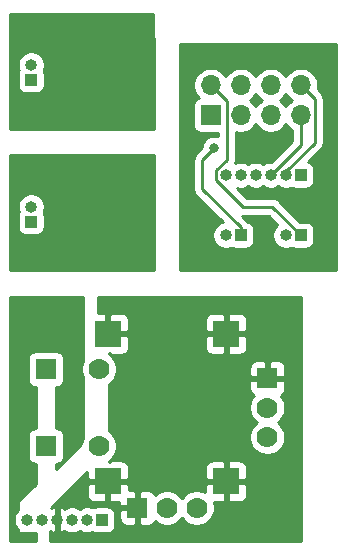
<source format=gbr>
%TF.GenerationSoftware,KiCad,Pcbnew,5.1.8-db9833491~87~ubuntu20.04.1*%
%TF.CreationDate,2020-11-15T18:33:08-08:00*%
%TF.ProjectId,inflow-controller-v0,696e666c-6f77-42d6-936f-6e74726f6c6c,rev?*%
%TF.SameCoordinates,Original*%
%TF.FileFunction,Copper,L2,Bot*%
%TF.FilePolarity,Positive*%
%FSLAX46Y46*%
G04 Gerber Fmt 4.6, Leading zero omitted, Abs format (unit mm)*
G04 Created by KiCad (PCBNEW 5.1.8-db9833491~87~ubuntu20.04.1) date 2020-11-15 18:33:08*
%MOMM*%
%LPD*%
G01*
G04 APERTURE LIST*
%TA.AperFunction,ComponentPad*%
%ADD10R,1.778000X1.778000*%
%TD*%
%TA.AperFunction,ComponentPad*%
%ADD11C,1.778000*%
%TD*%
%TA.AperFunction,ComponentPad*%
%ADD12R,2.286000X2.286000*%
%TD*%
%TA.AperFunction,ComponentPad*%
%ADD13O,1.000000X1.000000*%
%TD*%
%TA.AperFunction,ComponentPad*%
%ADD14R,1.000000X1.000000*%
%TD*%
%TA.AperFunction,ComponentPad*%
%ADD15O,1.700000X1.700000*%
%TD*%
%TA.AperFunction,ComponentPad*%
%ADD16R,1.700000X1.700000*%
%TD*%
%TA.AperFunction,ViaPad*%
%ADD17C,0.800000*%
%TD*%
%TA.AperFunction,Conductor*%
%ADD18C,0.250000*%
%TD*%
%TA.AperFunction,Conductor*%
%ADD19C,0.254000*%
%TD*%
%TA.AperFunction,Conductor*%
%ADD20C,0.100000*%
%TD*%
%TA.AperFunction,NonConductor*%
%ADD21C,0.254000*%
%TD*%
%TA.AperFunction,NonConductor*%
%ADD22C,0.100000*%
%TD*%
G04 APERTURE END LIST*
D10*
%TO.P,X301,H1*%
%TO.N,/AGND3*%
X107500000Y-133500000D03*
D11*
%TO.P,X301,H2*%
%TO.N,/X3*%
X110000000Y-133500000D03*
%TO.P,X301,H3*%
%TO.N,/AVDD3*%
X112500000Y-133500000D03*
D12*
%TO.P,X301,S3*%
%TO.N,/AGND3*%
X115000000Y-131250000D03*
%TO.P,X301,S2*%
X105000000Y-131250000D03*
%TO.P,X301,S1*%
X105000000Y-118750000D03*
%TO.P,X301,S4*%
X115000000Y-118750000D03*
D11*
%TO.P,X301,V3*%
%TO.N,/AVDD3*%
X118500000Y-127500000D03*
%TO.P,X301,V2*%
%TO.N,/Y3*%
X118500000Y-125000000D03*
D10*
%TO.P,X301,V1*%
%TO.N,/AGND3*%
X118500000Y-122500000D03*
%TO.P,X301,B1B*%
%TO.N,/DGND3*%
X99750000Y-128250000D03*
%TO.P,X301,B1A*%
X99750000Y-121750000D03*
D11*
%TO.P,X301,B2B*%
%TO.N,/BTN3*%
X104250000Y-128250000D03*
%TO.P,X301,B2A*%
X104250000Y-121750000D03*
%TD*%
D13*
%TO.P,J403,6*%
%TO.N,/DGND1_4*%
X114970000Y-105320000D03*
%TO.P,J403,5*%
%TO.N,/BTN3_4*%
X116240000Y-105320000D03*
%TO.P,J403,4*%
%TO.N,/AGND3_4*%
X117510000Y-105320000D03*
%TO.P,J403,3*%
%TO.N,/Y3_4*%
X118780000Y-105320000D03*
%TO.P,J403,2*%
%TO.N,/X3_4*%
X120050000Y-105320000D03*
D14*
%TO.P,J403,1*%
%TO.N,/AVDD3_4*%
X121320000Y-105320000D03*
%TD*%
D13*
%TO.P,J402,2*%
%TO.N,/DGND1_4*%
X114970000Y-110400000D03*
D14*
%TO.P,J402,1*%
%TO.N,/BTN2_4*%
X116240000Y-110400000D03*
%TD*%
D13*
%TO.P,J401,2*%
%TO.N,/DGND1_4*%
X120050000Y-110400000D03*
D14*
%TO.P,J401,1*%
%TO.N,/BTN1_4*%
X121320000Y-110400000D03*
%TD*%
D13*
%TO.P,J303,6*%
%TO.N,/DGND3*%
X98150000Y-134500000D03*
%TO.P,J303,5*%
%TO.N,/BTN3*%
X99420000Y-134500000D03*
%TO.P,J303,4*%
%TO.N,/AGND3*%
X100690000Y-134500000D03*
%TO.P,J303,3*%
%TO.N,/Y3*%
X101960000Y-134500000D03*
%TO.P,J303,2*%
%TO.N,/X3*%
X103230000Y-134500000D03*
D14*
%TO.P,J303,1*%
%TO.N,/AVDD3*%
X104500000Y-134500000D03*
%TD*%
%TO.P,J202,1*%
%TO.N,/BTN2*%
X98500000Y-109250000D03*
D13*
%TO.P,J202,2*%
%TO.N,/DGND2*%
X98500000Y-107980000D03*
%TD*%
%TO.P,J101,2*%
%TO.N,/DGND1*%
X98500000Y-95980000D03*
D14*
%TO.P,J101,1*%
%TO.N,/BTN1*%
X98500000Y-97250000D03*
%TD*%
D15*
%TO.P,CN401,8*%
%TO.N,/X3_4*%
X121320000Y-97700000D03*
%TO.P,CN401,7*%
%TO.N,/Y3_4*%
X121320000Y-100240000D03*
%TO.P,CN401,6*%
%TO.N,/AVDD3_4*%
X118780000Y-97700000D03*
%TO.P,CN401,5*%
%TO.N,/AGND3_4*%
X118780000Y-100240000D03*
%TO.P,CN401,4*%
%TO.N,/BTN3_4*%
X116240000Y-97700000D03*
%TO.P,CN401,3*%
%TO.N,/BTN2_4*%
X116240000Y-100240000D03*
%TO.P,CN401,2*%
%TO.N,/BTN1_4*%
X113700000Y-97700000D03*
D16*
%TO.P,CN401,1*%
%TO.N,/DGND1_4*%
X113700000Y-100240000D03*
%TD*%
D17*
%TO.N,/BTN2_4*%
X114000000Y-103000000D03*
%TD*%
D18*
%TO.N,/X3_4*%
X122495001Y-98875001D02*
X121320000Y-97700000D01*
X120050000Y-105004998D02*
X122495001Y-102559997D01*
X122495001Y-102559997D02*
X122495001Y-98875001D01*
X120050000Y-105320000D02*
X120050000Y-105004998D01*
%TO.N,/Y3_4*%
X121320000Y-102780000D02*
X118780000Y-105320000D01*
X121320000Y-100240000D02*
X121320000Y-102780000D01*
%TO.N,/BTN2_4*%
X116240000Y-110400000D02*
X116240000Y-109740000D01*
X116240000Y-109740000D02*
X113000000Y-106500000D01*
X113000000Y-106500000D02*
X113000000Y-104000000D01*
X113000000Y-104000000D02*
X114000000Y-103000000D01*
%TO.N,/BTN1_4*%
X114144999Y-105716001D02*
X116428998Y-108000000D01*
X115064999Y-104003999D02*
X114144999Y-104923999D01*
X114144999Y-104923999D02*
X114144999Y-105716001D01*
X113700000Y-97700000D02*
X115064999Y-99064999D01*
X115064999Y-99064999D02*
X115064999Y-104003999D01*
X118920000Y-108000000D02*
X121320000Y-110400000D01*
X116428998Y-108000000D02*
X118920000Y-108000000D01*
%TD*%
D19*
%TO.N,/AGND3*%
X121315000Y-136315000D02*
X100127000Y-136315000D01*
X100127000Y-135485152D01*
X100129794Y-135487123D01*
X100333136Y-135577446D01*
X100388126Y-135594119D01*
X100563000Y-135467954D01*
X100563000Y-134627000D01*
X100551974Y-134627000D01*
X100555000Y-134611788D01*
X100555000Y-134388212D01*
X100551974Y-134373000D01*
X100563000Y-134373000D01*
X100563000Y-133532046D01*
X100817000Y-133532046D01*
X100817000Y-134373000D01*
X100828026Y-134373000D01*
X100825000Y-134388212D01*
X100825000Y-134611788D01*
X100828026Y-134627000D01*
X100817000Y-134627000D01*
X100817000Y-135467954D01*
X100991874Y-135594119D01*
X101046864Y-135577446D01*
X101250206Y-135487123D01*
X101320342Y-135437647D01*
X101422376Y-135505824D01*
X101628933Y-135591383D01*
X101848212Y-135635000D01*
X102071788Y-135635000D01*
X102291067Y-135591383D01*
X102497624Y-135505824D01*
X102595000Y-135440759D01*
X102692376Y-135505824D01*
X102898933Y-135591383D01*
X103118212Y-135635000D01*
X103341788Y-135635000D01*
X103561067Y-135591383D01*
X103672774Y-135545112D01*
X103755820Y-135589502D01*
X103875518Y-135625812D01*
X104000000Y-135638072D01*
X105000000Y-135638072D01*
X105124482Y-135625812D01*
X105244180Y-135589502D01*
X105354494Y-135530537D01*
X105451185Y-135451185D01*
X105530537Y-135354494D01*
X105589502Y-135244180D01*
X105625812Y-135124482D01*
X105638072Y-135000000D01*
X105638072Y-134389000D01*
X105972928Y-134389000D01*
X105985188Y-134513482D01*
X106021498Y-134633180D01*
X106080463Y-134743494D01*
X106159815Y-134840185D01*
X106256506Y-134919537D01*
X106366820Y-134978502D01*
X106486518Y-135014812D01*
X106611000Y-135027072D01*
X107214250Y-135024000D01*
X107373000Y-134865250D01*
X107373000Y-133627000D01*
X106134750Y-133627000D01*
X105976000Y-133785750D01*
X105972928Y-134389000D01*
X105638072Y-134389000D01*
X105638072Y-134000000D01*
X105625812Y-133875518D01*
X105589502Y-133755820D01*
X105530537Y-133645506D01*
X105451185Y-133548815D01*
X105354494Y-133469463D01*
X105244180Y-133410498D01*
X105124482Y-133374188D01*
X105000000Y-133361928D01*
X104000000Y-133361928D01*
X103875518Y-133374188D01*
X103755820Y-133410498D01*
X103672774Y-133454888D01*
X103561067Y-133408617D01*
X103341788Y-133365000D01*
X103118212Y-133365000D01*
X102898933Y-133408617D01*
X102692376Y-133494176D01*
X102595000Y-133559241D01*
X102497624Y-133494176D01*
X102291067Y-133408617D01*
X102071788Y-133365000D01*
X101848212Y-133365000D01*
X101628933Y-133408617D01*
X101422376Y-133494176D01*
X101320342Y-133562353D01*
X101250206Y-133512877D01*
X101046864Y-133422554D01*
X100991874Y-133405881D01*
X100817000Y-133532046D01*
X100563000Y-133532046D01*
X100388126Y-133405881D01*
X100333136Y-133422554D01*
X100196247Y-133483359D01*
X101286606Y-132393000D01*
X103218928Y-132393000D01*
X103231188Y-132517482D01*
X103267498Y-132637180D01*
X103326463Y-132747494D01*
X103405815Y-132844185D01*
X103502506Y-132923537D01*
X103612820Y-132982502D01*
X103732518Y-133018812D01*
X103857000Y-133031072D01*
X104714250Y-133028000D01*
X104873000Y-132869250D01*
X104873000Y-131377000D01*
X105127000Y-131377000D01*
X105127000Y-132869250D01*
X105285750Y-133028000D01*
X105975064Y-133030470D01*
X105976000Y-133214250D01*
X106134750Y-133373000D01*
X107373000Y-133373000D01*
X107373000Y-132134750D01*
X107627000Y-132134750D01*
X107627000Y-133373000D01*
X107647000Y-133373000D01*
X107647000Y-133627000D01*
X107627000Y-133627000D01*
X107627000Y-134865250D01*
X107785750Y-135024000D01*
X108389000Y-135027072D01*
X108513482Y-135014812D01*
X108633180Y-134978502D01*
X108743494Y-134919537D01*
X108840185Y-134840185D01*
X108919537Y-134743494D01*
X108978299Y-134633560D01*
X109028507Y-134683768D01*
X109278115Y-134850551D01*
X109555466Y-134965434D01*
X109849899Y-135024000D01*
X110150101Y-135024000D01*
X110444534Y-134965434D01*
X110721885Y-134850551D01*
X110971493Y-134683768D01*
X111183768Y-134471493D01*
X111250000Y-134372370D01*
X111316232Y-134471493D01*
X111528507Y-134683768D01*
X111778115Y-134850551D01*
X112055466Y-134965434D01*
X112349899Y-135024000D01*
X112650101Y-135024000D01*
X112944534Y-134965434D01*
X113221885Y-134850551D01*
X113471493Y-134683768D01*
X113683768Y-134471493D01*
X113850551Y-134221885D01*
X113965434Y-133944534D01*
X114024000Y-133650101D01*
X114024000Y-133349899D01*
X113965434Y-133055466D01*
X113955184Y-133030720D01*
X114714250Y-133028000D01*
X114873000Y-132869250D01*
X114873000Y-131377000D01*
X115127000Y-131377000D01*
X115127000Y-132869250D01*
X115285750Y-133028000D01*
X116143000Y-133031072D01*
X116267482Y-133018812D01*
X116387180Y-132982502D01*
X116497494Y-132923537D01*
X116594185Y-132844185D01*
X116673537Y-132747494D01*
X116732502Y-132637180D01*
X116768812Y-132517482D01*
X116781072Y-132393000D01*
X116778000Y-131535750D01*
X116619250Y-131377000D01*
X115127000Y-131377000D01*
X114873000Y-131377000D01*
X113380750Y-131377000D01*
X113222000Y-131535750D01*
X113219804Y-132148587D01*
X112944534Y-132034566D01*
X112650101Y-131976000D01*
X112349899Y-131976000D01*
X112055466Y-132034566D01*
X111778115Y-132149449D01*
X111528507Y-132316232D01*
X111316232Y-132528507D01*
X111250000Y-132627630D01*
X111183768Y-132528507D01*
X110971493Y-132316232D01*
X110721885Y-132149449D01*
X110444534Y-132034566D01*
X110150101Y-131976000D01*
X109849899Y-131976000D01*
X109555466Y-132034566D01*
X109278115Y-132149449D01*
X109028507Y-132316232D01*
X108978299Y-132366440D01*
X108919537Y-132256506D01*
X108840185Y-132159815D01*
X108743494Y-132080463D01*
X108633180Y-132021498D01*
X108513482Y-131985188D01*
X108389000Y-131972928D01*
X107785750Y-131976000D01*
X107627000Y-132134750D01*
X107373000Y-132134750D01*
X107214250Y-131976000D01*
X106779570Y-131973786D01*
X106778000Y-131535750D01*
X106619250Y-131377000D01*
X105127000Y-131377000D01*
X104873000Y-131377000D01*
X103380750Y-131377000D01*
X103222000Y-131535750D01*
X103218928Y-132393000D01*
X101286606Y-132393000D01*
X103220191Y-130459415D01*
X103222000Y-130964250D01*
X103380750Y-131123000D01*
X104873000Y-131123000D01*
X104873000Y-131103000D01*
X105127000Y-131103000D01*
X105127000Y-131123000D01*
X106619250Y-131123000D01*
X106778000Y-130964250D01*
X106781072Y-130107000D01*
X113218928Y-130107000D01*
X113222000Y-130964250D01*
X113380750Y-131123000D01*
X114873000Y-131123000D01*
X114873000Y-129630750D01*
X115127000Y-129630750D01*
X115127000Y-131123000D01*
X116619250Y-131123000D01*
X116778000Y-130964250D01*
X116781072Y-130107000D01*
X116768812Y-129982518D01*
X116732502Y-129862820D01*
X116673537Y-129752506D01*
X116594185Y-129655815D01*
X116497494Y-129576463D01*
X116387180Y-129517498D01*
X116267482Y-129481188D01*
X116143000Y-129468928D01*
X115285750Y-129472000D01*
X115127000Y-129630750D01*
X114873000Y-129630750D01*
X114714250Y-129472000D01*
X113857000Y-129468928D01*
X113732518Y-129481188D01*
X113612820Y-129517498D01*
X113502506Y-129576463D01*
X113405815Y-129655815D01*
X113326463Y-129752506D01*
X113267498Y-129862820D01*
X113231188Y-129982518D01*
X113218928Y-130107000D01*
X106781072Y-130107000D01*
X106768812Y-129982518D01*
X106732502Y-129862820D01*
X106673537Y-129752506D01*
X106594185Y-129655815D01*
X106497494Y-129576463D01*
X106387180Y-129517498D01*
X106267482Y-129481188D01*
X106143000Y-129468928D01*
X105285750Y-129472000D01*
X105127002Y-129630748D01*
X105127002Y-129496905D01*
X105221493Y-129433768D01*
X105433768Y-129221493D01*
X105600551Y-128971885D01*
X105715434Y-128694534D01*
X105774000Y-128400101D01*
X105774000Y-128099899D01*
X105715434Y-127805466D01*
X105600551Y-127528115D01*
X105433768Y-127278507D01*
X105221493Y-127066232D01*
X105127000Y-127003094D01*
X105127000Y-123389000D01*
X116972928Y-123389000D01*
X116985188Y-123513482D01*
X117021498Y-123633180D01*
X117080463Y-123743494D01*
X117159815Y-123840185D01*
X117256506Y-123919537D01*
X117366440Y-123978299D01*
X117316232Y-124028507D01*
X117149449Y-124278115D01*
X117034566Y-124555466D01*
X116976000Y-124849899D01*
X116976000Y-125150101D01*
X117034566Y-125444534D01*
X117149449Y-125721885D01*
X117316232Y-125971493D01*
X117528507Y-126183768D01*
X117627630Y-126250000D01*
X117528507Y-126316232D01*
X117316232Y-126528507D01*
X117149449Y-126778115D01*
X117034566Y-127055466D01*
X116976000Y-127349899D01*
X116976000Y-127650101D01*
X117034566Y-127944534D01*
X117149449Y-128221885D01*
X117316232Y-128471493D01*
X117528507Y-128683768D01*
X117778115Y-128850551D01*
X118055466Y-128965434D01*
X118349899Y-129024000D01*
X118650101Y-129024000D01*
X118944534Y-128965434D01*
X119221885Y-128850551D01*
X119471493Y-128683768D01*
X119683768Y-128471493D01*
X119850551Y-128221885D01*
X119965434Y-127944534D01*
X120024000Y-127650101D01*
X120024000Y-127349899D01*
X119965434Y-127055466D01*
X119850551Y-126778115D01*
X119683768Y-126528507D01*
X119471493Y-126316232D01*
X119372370Y-126250000D01*
X119471493Y-126183768D01*
X119683768Y-125971493D01*
X119850551Y-125721885D01*
X119965434Y-125444534D01*
X120024000Y-125150101D01*
X120024000Y-124849899D01*
X119965434Y-124555466D01*
X119850551Y-124278115D01*
X119683768Y-124028507D01*
X119633560Y-123978299D01*
X119743494Y-123919537D01*
X119840185Y-123840185D01*
X119919537Y-123743494D01*
X119978502Y-123633180D01*
X120014812Y-123513482D01*
X120027072Y-123389000D01*
X120024000Y-122785750D01*
X119865250Y-122627000D01*
X118627000Y-122627000D01*
X118627000Y-122647000D01*
X118373000Y-122647000D01*
X118373000Y-122627000D01*
X117134750Y-122627000D01*
X116976000Y-122785750D01*
X116972928Y-123389000D01*
X105127000Y-123389000D01*
X105127000Y-122996906D01*
X105221493Y-122933768D01*
X105433768Y-122721493D01*
X105600551Y-122471885D01*
X105715434Y-122194534D01*
X105774000Y-121900101D01*
X105774000Y-121611000D01*
X116972928Y-121611000D01*
X116976000Y-122214250D01*
X117134750Y-122373000D01*
X118373000Y-122373000D01*
X118373000Y-121134750D01*
X118627000Y-121134750D01*
X118627000Y-122373000D01*
X119865250Y-122373000D01*
X120024000Y-122214250D01*
X120027072Y-121611000D01*
X120014812Y-121486518D01*
X119978502Y-121366820D01*
X119919537Y-121256506D01*
X119840185Y-121159815D01*
X119743494Y-121080463D01*
X119633180Y-121021498D01*
X119513482Y-120985188D01*
X119389000Y-120972928D01*
X118785750Y-120976000D01*
X118627000Y-121134750D01*
X118373000Y-121134750D01*
X118214250Y-120976000D01*
X117611000Y-120972928D01*
X117486518Y-120985188D01*
X117366820Y-121021498D01*
X117256506Y-121080463D01*
X117159815Y-121159815D01*
X117080463Y-121256506D01*
X117021498Y-121366820D01*
X116985188Y-121486518D01*
X116972928Y-121611000D01*
X105774000Y-121611000D01*
X105774000Y-121599899D01*
X105715434Y-121305466D01*
X105600551Y-121028115D01*
X105433768Y-120778507D01*
X105221493Y-120566232D01*
X105127002Y-120503095D01*
X105127002Y-120369252D01*
X105285750Y-120528000D01*
X106143000Y-120531072D01*
X106267482Y-120518812D01*
X106387180Y-120482502D01*
X106497494Y-120423537D01*
X106594185Y-120344185D01*
X106673537Y-120247494D01*
X106732502Y-120137180D01*
X106768812Y-120017482D01*
X106781072Y-119893000D01*
X113218928Y-119893000D01*
X113231188Y-120017482D01*
X113267498Y-120137180D01*
X113326463Y-120247494D01*
X113405815Y-120344185D01*
X113502506Y-120423537D01*
X113612820Y-120482502D01*
X113732518Y-120518812D01*
X113857000Y-120531072D01*
X114714250Y-120528000D01*
X114873000Y-120369250D01*
X114873000Y-118877000D01*
X115127000Y-118877000D01*
X115127000Y-120369250D01*
X115285750Y-120528000D01*
X116143000Y-120531072D01*
X116267482Y-120518812D01*
X116387180Y-120482502D01*
X116497494Y-120423537D01*
X116594185Y-120344185D01*
X116673537Y-120247494D01*
X116732502Y-120137180D01*
X116768812Y-120017482D01*
X116781072Y-119893000D01*
X116778000Y-119035750D01*
X116619250Y-118877000D01*
X115127000Y-118877000D01*
X114873000Y-118877000D01*
X113380750Y-118877000D01*
X113222000Y-119035750D01*
X113218928Y-119893000D01*
X106781072Y-119893000D01*
X106778000Y-119035750D01*
X106619250Y-118877000D01*
X105127000Y-118877000D01*
X105127000Y-118897000D01*
X104873000Y-118897000D01*
X104873000Y-118877000D01*
X104853000Y-118877000D01*
X104853000Y-118623000D01*
X104873000Y-118623000D01*
X104873000Y-117130750D01*
X105127000Y-117130750D01*
X105127000Y-118623000D01*
X106619250Y-118623000D01*
X106778000Y-118464250D01*
X106781072Y-117607000D01*
X113218928Y-117607000D01*
X113222000Y-118464250D01*
X113380750Y-118623000D01*
X114873000Y-118623000D01*
X114873000Y-117130750D01*
X115127000Y-117130750D01*
X115127000Y-118623000D01*
X116619250Y-118623000D01*
X116778000Y-118464250D01*
X116781072Y-117607000D01*
X116768812Y-117482518D01*
X116732502Y-117362820D01*
X116673537Y-117252506D01*
X116594185Y-117155815D01*
X116497494Y-117076463D01*
X116387180Y-117017498D01*
X116267482Y-116981188D01*
X116143000Y-116968928D01*
X115285750Y-116972000D01*
X115127000Y-117130750D01*
X114873000Y-117130750D01*
X114714250Y-116972000D01*
X113857000Y-116968928D01*
X113732518Y-116981188D01*
X113612820Y-117017498D01*
X113502506Y-117076463D01*
X113405815Y-117155815D01*
X113326463Y-117252506D01*
X113267498Y-117362820D01*
X113231188Y-117482518D01*
X113218928Y-117607000D01*
X106781072Y-117607000D01*
X106768812Y-117482518D01*
X106732502Y-117362820D01*
X106673537Y-117252506D01*
X106594185Y-117155815D01*
X106497494Y-117076463D01*
X106387180Y-117017498D01*
X106267482Y-116981188D01*
X106143000Y-116968928D01*
X105285750Y-116972000D01*
X105127000Y-117130750D01*
X104873000Y-117130750D01*
X104714250Y-116972000D01*
X104127000Y-116969896D01*
X104127000Y-115627000D01*
X121315001Y-115627000D01*
X121315000Y-136315000D01*
%TA.AperFunction,Conductor*%
D20*
G36*
X121315000Y-136315000D02*
G01*
X100127000Y-136315000D01*
X100127000Y-135485152D01*
X100129794Y-135487123D01*
X100333136Y-135577446D01*
X100388126Y-135594119D01*
X100563000Y-135467954D01*
X100563000Y-134627000D01*
X100551974Y-134627000D01*
X100555000Y-134611788D01*
X100555000Y-134388212D01*
X100551974Y-134373000D01*
X100563000Y-134373000D01*
X100563000Y-133532046D01*
X100817000Y-133532046D01*
X100817000Y-134373000D01*
X100828026Y-134373000D01*
X100825000Y-134388212D01*
X100825000Y-134611788D01*
X100828026Y-134627000D01*
X100817000Y-134627000D01*
X100817000Y-135467954D01*
X100991874Y-135594119D01*
X101046864Y-135577446D01*
X101250206Y-135487123D01*
X101320342Y-135437647D01*
X101422376Y-135505824D01*
X101628933Y-135591383D01*
X101848212Y-135635000D01*
X102071788Y-135635000D01*
X102291067Y-135591383D01*
X102497624Y-135505824D01*
X102595000Y-135440759D01*
X102692376Y-135505824D01*
X102898933Y-135591383D01*
X103118212Y-135635000D01*
X103341788Y-135635000D01*
X103561067Y-135591383D01*
X103672774Y-135545112D01*
X103755820Y-135589502D01*
X103875518Y-135625812D01*
X104000000Y-135638072D01*
X105000000Y-135638072D01*
X105124482Y-135625812D01*
X105244180Y-135589502D01*
X105354494Y-135530537D01*
X105451185Y-135451185D01*
X105530537Y-135354494D01*
X105589502Y-135244180D01*
X105625812Y-135124482D01*
X105638072Y-135000000D01*
X105638072Y-134389000D01*
X105972928Y-134389000D01*
X105985188Y-134513482D01*
X106021498Y-134633180D01*
X106080463Y-134743494D01*
X106159815Y-134840185D01*
X106256506Y-134919537D01*
X106366820Y-134978502D01*
X106486518Y-135014812D01*
X106611000Y-135027072D01*
X107214250Y-135024000D01*
X107373000Y-134865250D01*
X107373000Y-133627000D01*
X106134750Y-133627000D01*
X105976000Y-133785750D01*
X105972928Y-134389000D01*
X105638072Y-134389000D01*
X105638072Y-134000000D01*
X105625812Y-133875518D01*
X105589502Y-133755820D01*
X105530537Y-133645506D01*
X105451185Y-133548815D01*
X105354494Y-133469463D01*
X105244180Y-133410498D01*
X105124482Y-133374188D01*
X105000000Y-133361928D01*
X104000000Y-133361928D01*
X103875518Y-133374188D01*
X103755820Y-133410498D01*
X103672774Y-133454888D01*
X103561067Y-133408617D01*
X103341788Y-133365000D01*
X103118212Y-133365000D01*
X102898933Y-133408617D01*
X102692376Y-133494176D01*
X102595000Y-133559241D01*
X102497624Y-133494176D01*
X102291067Y-133408617D01*
X102071788Y-133365000D01*
X101848212Y-133365000D01*
X101628933Y-133408617D01*
X101422376Y-133494176D01*
X101320342Y-133562353D01*
X101250206Y-133512877D01*
X101046864Y-133422554D01*
X100991874Y-133405881D01*
X100817000Y-133532046D01*
X100563000Y-133532046D01*
X100388126Y-133405881D01*
X100333136Y-133422554D01*
X100196247Y-133483359D01*
X101286606Y-132393000D01*
X103218928Y-132393000D01*
X103231188Y-132517482D01*
X103267498Y-132637180D01*
X103326463Y-132747494D01*
X103405815Y-132844185D01*
X103502506Y-132923537D01*
X103612820Y-132982502D01*
X103732518Y-133018812D01*
X103857000Y-133031072D01*
X104714250Y-133028000D01*
X104873000Y-132869250D01*
X104873000Y-131377000D01*
X105127000Y-131377000D01*
X105127000Y-132869250D01*
X105285750Y-133028000D01*
X105975064Y-133030470D01*
X105976000Y-133214250D01*
X106134750Y-133373000D01*
X107373000Y-133373000D01*
X107373000Y-132134750D01*
X107627000Y-132134750D01*
X107627000Y-133373000D01*
X107647000Y-133373000D01*
X107647000Y-133627000D01*
X107627000Y-133627000D01*
X107627000Y-134865250D01*
X107785750Y-135024000D01*
X108389000Y-135027072D01*
X108513482Y-135014812D01*
X108633180Y-134978502D01*
X108743494Y-134919537D01*
X108840185Y-134840185D01*
X108919537Y-134743494D01*
X108978299Y-134633560D01*
X109028507Y-134683768D01*
X109278115Y-134850551D01*
X109555466Y-134965434D01*
X109849899Y-135024000D01*
X110150101Y-135024000D01*
X110444534Y-134965434D01*
X110721885Y-134850551D01*
X110971493Y-134683768D01*
X111183768Y-134471493D01*
X111250000Y-134372370D01*
X111316232Y-134471493D01*
X111528507Y-134683768D01*
X111778115Y-134850551D01*
X112055466Y-134965434D01*
X112349899Y-135024000D01*
X112650101Y-135024000D01*
X112944534Y-134965434D01*
X113221885Y-134850551D01*
X113471493Y-134683768D01*
X113683768Y-134471493D01*
X113850551Y-134221885D01*
X113965434Y-133944534D01*
X114024000Y-133650101D01*
X114024000Y-133349899D01*
X113965434Y-133055466D01*
X113955184Y-133030720D01*
X114714250Y-133028000D01*
X114873000Y-132869250D01*
X114873000Y-131377000D01*
X115127000Y-131377000D01*
X115127000Y-132869250D01*
X115285750Y-133028000D01*
X116143000Y-133031072D01*
X116267482Y-133018812D01*
X116387180Y-132982502D01*
X116497494Y-132923537D01*
X116594185Y-132844185D01*
X116673537Y-132747494D01*
X116732502Y-132637180D01*
X116768812Y-132517482D01*
X116781072Y-132393000D01*
X116778000Y-131535750D01*
X116619250Y-131377000D01*
X115127000Y-131377000D01*
X114873000Y-131377000D01*
X113380750Y-131377000D01*
X113222000Y-131535750D01*
X113219804Y-132148587D01*
X112944534Y-132034566D01*
X112650101Y-131976000D01*
X112349899Y-131976000D01*
X112055466Y-132034566D01*
X111778115Y-132149449D01*
X111528507Y-132316232D01*
X111316232Y-132528507D01*
X111250000Y-132627630D01*
X111183768Y-132528507D01*
X110971493Y-132316232D01*
X110721885Y-132149449D01*
X110444534Y-132034566D01*
X110150101Y-131976000D01*
X109849899Y-131976000D01*
X109555466Y-132034566D01*
X109278115Y-132149449D01*
X109028507Y-132316232D01*
X108978299Y-132366440D01*
X108919537Y-132256506D01*
X108840185Y-132159815D01*
X108743494Y-132080463D01*
X108633180Y-132021498D01*
X108513482Y-131985188D01*
X108389000Y-131972928D01*
X107785750Y-131976000D01*
X107627000Y-132134750D01*
X107373000Y-132134750D01*
X107214250Y-131976000D01*
X106779570Y-131973786D01*
X106778000Y-131535750D01*
X106619250Y-131377000D01*
X105127000Y-131377000D01*
X104873000Y-131377000D01*
X103380750Y-131377000D01*
X103222000Y-131535750D01*
X103218928Y-132393000D01*
X101286606Y-132393000D01*
X103220191Y-130459415D01*
X103222000Y-130964250D01*
X103380750Y-131123000D01*
X104873000Y-131123000D01*
X104873000Y-131103000D01*
X105127000Y-131103000D01*
X105127000Y-131123000D01*
X106619250Y-131123000D01*
X106778000Y-130964250D01*
X106781072Y-130107000D01*
X113218928Y-130107000D01*
X113222000Y-130964250D01*
X113380750Y-131123000D01*
X114873000Y-131123000D01*
X114873000Y-129630750D01*
X115127000Y-129630750D01*
X115127000Y-131123000D01*
X116619250Y-131123000D01*
X116778000Y-130964250D01*
X116781072Y-130107000D01*
X116768812Y-129982518D01*
X116732502Y-129862820D01*
X116673537Y-129752506D01*
X116594185Y-129655815D01*
X116497494Y-129576463D01*
X116387180Y-129517498D01*
X116267482Y-129481188D01*
X116143000Y-129468928D01*
X115285750Y-129472000D01*
X115127000Y-129630750D01*
X114873000Y-129630750D01*
X114714250Y-129472000D01*
X113857000Y-129468928D01*
X113732518Y-129481188D01*
X113612820Y-129517498D01*
X113502506Y-129576463D01*
X113405815Y-129655815D01*
X113326463Y-129752506D01*
X113267498Y-129862820D01*
X113231188Y-129982518D01*
X113218928Y-130107000D01*
X106781072Y-130107000D01*
X106768812Y-129982518D01*
X106732502Y-129862820D01*
X106673537Y-129752506D01*
X106594185Y-129655815D01*
X106497494Y-129576463D01*
X106387180Y-129517498D01*
X106267482Y-129481188D01*
X106143000Y-129468928D01*
X105285750Y-129472000D01*
X105127002Y-129630748D01*
X105127002Y-129496905D01*
X105221493Y-129433768D01*
X105433768Y-129221493D01*
X105600551Y-128971885D01*
X105715434Y-128694534D01*
X105774000Y-128400101D01*
X105774000Y-128099899D01*
X105715434Y-127805466D01*
X105600551Y-127528115D01*
X105433768Y-127278507D01*
X105221493Y-127066232D01*
X105127000Y-127003094D01*
X105127000Y-123389000D01*
X116972928Y-123389000D01*
X116985188Y-123513482D01*
X117021498Y-123633180D01*
X117080463Y-123743494D01*
X117159815Y-123840185D01*
X117256506Y-123919537D01*
X117366440Y-123978299D01*
X117316232Y-124028507D01*
X117149449Y-124278115D01*
X117034566Y-124555466D01*
X116976000Y-124849899D01*
X116976000Y-125150101D01*
X117034566Y-125444534D01*
X117149449Y-125721885D01*
X117316232Y-125971493D01*
X117528507Y-126183768D01*
X117627630Y-126250000D01*
X117528507Y-126316232D01*
X117316232Y-126528507D01*
X117149449Y-126778115D01*
X117034566Y-127055466D01*
X116976000Y-127349899D01*
X116976000Y-127650101D01*
X117034566Y-127944534D01*
X117149449Y-128221885D01*
X117316232Y-128471493D01*
X117528507Y-128683768D01*
X117778115Y-128850551D01*
X118055466Y-128965434D01*
X118349899Y-129024000D01*
X118650101Y-129024000D01*
X118944534Y-128965434D01*
X119221885Y-128850551D01*
X119471493Y-128683768D01*
X119683768Y-128471493D01*
X119850551Y-128221885D01*
X119965434Y-127944534D01*
X120024000Y-127650101D01*
X120024000Y-127349899D01*
X119965434Y-127055466D01*
X119850551Y-126778115D01*
X119683768Y-126528507D01*
X119471493Y-126316232D01*
X119372370Y-126250000D01*
X119471493Y-126183768D01*
X119683768Y-125971493D01*
X119850551Y-125721885D01*
X119965434Y-125444534D01*
X120024000Y-125150101D01*
X120024000Y-124849899D01*
X119965434Y-124555466D01*
X119850551Y-124278115D01*
X119683768Y-124028507D01*
X119633560Y-123978299D01*
X119743494Y-123919537D01*
X119840185Y-123840185D01*
X119919537Y-123743494D01*
X119978502Y-123633180D01*
X120014812Y-123513482D01*
X120027072Y-123389000D01*
X120024000Y-122785750D01*
X119865250Y-122627000D01*
X118627000Y-122627000D01*
X118627000Y-122647000D01*
X118373000Y-122647000D01*
X118373000Y-122627000D01*
X117134750Y-122627000D01*
X116976000Y-122785750D01*
X116972928Y-123389000D01*
X105127000Y-123389000D01*
X105127000Y-122996906D01*
X105221493Y-122933768D01*
X105433768Y-122721493D01*
X105600551Y-122471885D01*
X105715434Y-122194534D01*
X105774000Y-121900101D01*
X105774000Y-121611000D01*
X116972928Y-121611000D01*
X116976000Y-122214250D01*
X117134750Y-122373000D01*
X118373000Y-122373000D01*
X118373000Y-121134750D01*
X118627000Y-121134750D01*
X118627000Y-122373000D01*
X119865250Y-122373000D01*
X120024000Y-122214250D01*
X120027072Y-121611000D01*
X120014812Y-121486518D01*
X119978502Y-121366820D01*
X119919537Y-121256506D01*
X119840185Y-121159815D01*
X119743494Y-121080463D01*
X119633180Y-121021498D01*
X119513482Y-120985188D01*
X119389000Y-120972928D01*
X118785750Y-120976000D01*
X118627000Y-121134750D01*
X118373000Y-121134750D01*
X118214250Y-120976000D01*
X117611000Y-120972928D01*
X117486518Y-120985188D01*
X117366820Y-121021498D01*
X117256506Y-121080463D01*
X117159815Y-121159815D01*
X117080463Y-121256506D01*
X117021498Y-121366820D01*
X116985188Y-121486518D01*
X116972928Y-121611000D01*
X105774000Y-121611000D01*
X105774000Y-121599899D01*
X105715434Y-121305466D01*
X105600551Y-121028115D01*
X105433768Y-120778507D01*
X105221493Y-120566232D01*
X105127002Y-120503095D01*
X105127002Y-120369252D01*
X105285750Y-120528000D01*
X106143000Y-120531072D01*
X106267482Y-120518812D01*
X106387180Y-120482502D01*
X106497494Y-120423537D01*
X106594185Y-120344185D01*
X106673537Y-120247494D01*
X106732502Y-120137180D01*
X106768812Y-120017482D01*
X106781072Y-119893000D01*
X113218928Y-119893000D01*
X113231188Y-120017482D01*
X113267498Y-120137180D01*
X113326463Y-120247494D01*
X113405815Y-120344185D01*
X113502506Y-120423537D01*
X113612820Y-120482502D01*
X113732518Y-120518812D01*
X113857000Y-120531072D01*
X114714250Y-120528000D01*
X114873000Y-120369250D01*
X114873000Y-118877000D01*
X115127000Y-118877000D01*
X115127000Y-120369250D01*
X115285750Y-120528000D01*
X116143000Y-120531072D01*
X116267482Y-120518812D01*
X116387180Y-120482502D01*
X116497494Y-120423537D01*
X116594185Y-120344185D01*
X116673537Y-120247494D01*
X116732502Y-120137180D01*
X116768812Y-120017482D01*
X116781072Y-119893000D01*
X116778000Y-119035750D01*
X116619250Y-118877000D01*
X115127000Y-118877000D01*
X114873000Y-118877000D01*
X113380750Y-118877000D01*
X113222000Y-119035750D01*
X113218928Y-119893000D01*
X106781072Y-119893000D01*
X106778000Y-119035750D01*
X106619250Y-118877000D01*
X105127000Y-118877000D01*
X105127000Y-118897000D01*
X104873000Y-118897000D01*
X104873000Y-118877000D01*
X104853000Y-118877000D01*
X104853000Y-118623000D01*
X104873000Y-118623000D01*
X104873000Y-117130750D01*
X105127000Y-117130750D01*
X105127000Y-118623000D01*
X106619250Y-118623000D01*
X106778000Y-118464250D01*
X106781072Y-117607000D01*
X113218928Y-117607000D01*
X113222000Y-118464250D01*
X113380750Y-118623000D01*
X114873000Y-118623000D01*
X114873000Y-117130750D01*
X115127000Y-117130750D01*
X115127000Y-118623000D01*
X116619250Y-118623000D01*
X116778000Y-118464250D01*
X116781072Y-117607000D01*
X116768812Y-117482518D01*
X116732502Y-117362820D01*
X116673537Y-117252506D01*
X116594185Y-117155815D01*
X116497494Y-117076463D01*
X116387180Y-117017498D01*
X116267482Y-116981188D01*
X116143000Y-116968928D01*
X115285750Y-116972000D01*
X115127000Y-117130750D01*
X114873000Y-117130750D01*
X114714250Y-116972000D01*
X113857000Y-116968928D01*
X113732518Y-116981188D01*
X113612820Y-117017498D01*
X113502506Y-117076463D01*
X113405815Y-117155815D01*
X113326463Y-117252506D01*
X113267498Y-117362820D01*
X113231188Y-117482518D01*
X113218928Y-117607000D01*
X106781072Y-117607000D01*
X106768812Y-117482518D01*
X106732502Y-117362820D01*
X106673537Y-117252506D01*
X106594185Y-117155815D01*
X106497494Y-117076463D01*
X106387180Y-117017498D01*
X106267482Y-116981188D01*
X106143000Y-116968928D01*
X105285750Y-116972000D01*
X105127000Y-117130750D01*
X104873000Y-117130750D01*
X104714250Y-116972000D01*
X104127000Y-116969896D01*
X104127000Y-115627000D01*
X121315001Y-115627000D01*
X121315000Y-136315000D01*
G37*
%TD.AperFunction*%
%TD*%
D21*
X108815000Y-93466353D02*
X108811686Y-93500000D01*
X108824912Y-93634283D01*
X108864081Y-93763406D01*
X108873000Y-93780092D01*
X108873000Y-101373000D01*
X96685000Y-101373000D01*
X96685000Y-96750000D01*
X97361928Y-96750000D01*
X97361928Y-97750000D01*
X97374188Y-97874482D01*
X97410498Y-97994180D01*
X97469463Y-98104494D01*
X97548815Y-98201185D01*
X97645506Y-98280537D01*
X97755820Y-98339502D01*
X97875518Y-98375812D01*
X98000000Y-98388072D01*
X99000000Y-98388072D01*
X99124482Y-98375812D01*
X99244180Y-98339502D01*
X99354494Y-98280537D01*
X99451185Y-98201185D01*
X99530537Y-98104494D01*
X99589502Y-97994180D01*
X99625812Y-97874482D01*
X99638072Y-97750000D01*
X99638072Y-96750000D01*
X99625812Y-96625518D01*
X99589502Y-96505820D01*
X99545112Y-96422774D01*
X99591383Y-96311067D01*
X99635000Y-96091788D01*
X99635000Y-95868212D01*
X99591383Y-95648933D01*
X99505824Y-95442376D01*
X99381612Y-95256480D01*
X99223520Y-95098388D01*
X99037624Y-94974176D01*
X98831067Y-94888617D01*
X98611788Y-94845000D01*
X98388212Y-94845000D01*
X98168933Y-94888617D01*
X97962376Y-94974176D01*
X97776480Y-95098388D01*
X97618388Y-95256480D01*
X97494176Y-95442376D01*
X97408617Y-95648933D01*
X97365000Y-95868212D01*
X97365000Y-96091788D01*
X97408617Y-96311067D01*
X97454888Y-96422774D01*
X97410498Y-96505820D01*
X97374188Y-96625518D01*
X97361928Y-96750000D01*
X96685000Y-96750000D01*
X96685000Y-91685000D01*
X108815001Y-91685000D01*
X108815000Y-93466353D01*
%TA.AperFunction,NonConductor*%
D22*
G36*
X108815000Y-93466353D02*
G01*
X108811686Y-93500000D01*
X108824912Y-93634283D01*
X108864081Y-93763406D01*
X108873000Y-93780092D01*
X108873000Y-101373000D01*
X96685000Y-101373000D01*
X96685000Y-96750000D01*
X97361928Y-96750000D01*
X97361928Y-97750000D01*
X97374188Y-97874482D01*
X97410498Y-97994180D01*
X97469463Y-98104494D01*
X97548815Y-98201185D01*
X97645506Y-98280537D01*
X97755820Y-98339502D01*
X97875518Y-98375812D01*
X98000000Y-98388072D01*
X99000000Y-98388072D01*
X99124482Y-98375812D01*
X99244180Y-98339502D01*
X99354494Y-98280537D01*
X99451185Y-98201185D01*
X99530537Y-98104494D01*
X99589502Y-97994180D01*
X99625812Y-97874482D01*
X99638072Y-97750000D01*
X99638072Y-96750000D01*
X99625812Y-96625518D01*
X99589502Y-96505820D01*
X99545112Y-96422774D01*
X99591383Y-96311067D01*
X99635000Y-96091788D01*
X99635000Y-95868212D01*
X99591383Y-95648933D01*
X99505824Y-95442376D01*
X99381612Y-95256480D01*
X99223520Y-95098388D01*
X99037624Y-94974176D01*
X98831067Y-94888617D01*
X98611788Y-94845000D01*
X98388212Y-94845000D01*
X98168933Y-94888617D01*
X97962376Y-94974176D01*
X97776480Y-95098388D01*
X97618388Y-95256480D01*
X97494176Y-95442376D01*
X97408617Y-95648933D01*
X97365000Y-95868212D01*
X97365000Y-96091788D01*
X97408617Y-96311067D01*
X97454888Y-96422774D01*
X97410498Y-96505820D01*
X97374188Y-96625518D01*
X97361928Y-96750000D01*
X96685000Y-96750000D01*
X96685000Y-91685000D01*
X108815001Y-91685000D01*
X108815000Y-93466353D01*
G37*
%TD.AperFunction*%
D21*
X108873000Y-113373000D02*
X96685000Y-113373000D01*
X96685000Y-108750000D01*
X97361928Y-108750000D01*
X97361928Y-109750000D01*
X97374188Y-109874482D01*
X97410498Y-109994180D01*
X97469463Y-110104494D01*
X97548815Y-110201185D01*
X97645506Y-110280537D01*
X97755820Y-110339502D01*
X97875518Y-110375812D01*
X98000000Y-110388072D01*
X99000000Y-110388072D01*
X99124482Y-110375812D01*
X99244180Y-110339502D01*
X99354494Y-110280537D01*
X99451185Y-110201185D01*
X99530537Y-110104494D01*
X99589502Y-109994180D01*
X99625812Y-109874482D01*
X99638072Y-109750000D01*
X99638072Y-108750000D01*
X99625812Y-108625518D01*
X99589502Y-108505820D01*
X99545112Y-108422774D01*
X99591383Y-108311067D01*
X99635000Y-108091788D01*
X99635000Y-107868212D01*
X99591383Y-107648933D01*
X99505824Y-107442376D01*
X99381612Y-107256480D01*
X99223520Y-107098388D01*
X99037624Y-106974176D01*
X98831067Y-106888617D01*
X98611788Y-106845000D01*
X98388212Y-106845000D01*
X98168933Y-106888617D01*
X97962376Y-106974176D01*
X97776480Y-107098388D01*
X97618388Y-107256480D01*
X97494176Y-107442376D01*
X97408617Y-107648933D01*
X97365000Y-107868212D01*
X97365000Y-108091788D01*
X97408617Y-108311067D01*
X97454888Y-108422774D01*
X97410498Y-108505820D01*
X97374188Y-108625518D01*
X97361928Y-108750000D01*
X96685000Y-108750000D01*
X96685000Y-103627000D01*
X108873000Y-103627000D01*
X108873000Y-113373000D01*
%TA.AperFunction,NonConductor*%
D22*
G36*
X108873000Y-113373000D02*
G01*
X96685000Y-113373000D01*
X96685000Y-108750000D01*
X97361928Y-108750000D01*
X97361928Y-109750000D01*
X97374188Y-109874482D01*
X97410498Y-109994180D01*
X97469463Y-110104494D01*
X97548815Y-110201185D01*
X97645506Y-110280537D01*
X97755820Y-110339502D01*
X97875518Y-110375812D01*
X98000000Y-110388072D01*
X99000000Y-110388072D01*
X99124482Y-110375812D01*
X99244180Y-110339502D01*
X99354494Y-110280537D01*
X99451185Y-110201185D01*
X99530537Y-110104494D01*
X99589502Y-109994180D01*
X99625812Y-109874482D01*
X99638072Y-109750000D01*
X99638072Y-108750000D01*
X99625812Y-108625518D01*
X99589502Y-108505820D01*
X99545112Y-108422774D01*
X99591383Y-108311067D01*
X99635000Y-108091788D01*
X99635000Y-107868212D01*
X99591383Y-107648933D01*
X99505824Y-107442376D01*
X99381612Y-107256480D01*
X99223520Y-107098388D01*
X99037624Y-106974176D01*
X98831067Y-106888617D01*
X98611788Y-106845000D01*
X98388212Y-106845000D01*
X98168933Y-106888617D01*
X97962376Y-106974176D01*
X97776480Y-107098388D01*
X97618388Y-107256480D01*
X97494176Y-107442376D01*
X97408617Y-107648933D01*
X97365000Y-107868212D01*
X97365000Y-108091788D01*
X97408617Y-108311067D01*
X97454888Y-108422774D01*
X97410498Y-108505820D01*
X97374188Y-108625518D01*
X97361928Y-108750000D01*
X96685000Y-108750000D01*
X96685000Y-103627000D01*
X108873000Y-103627000D01*
X108873000Y-113373000D01*
G37*
%TD.AperFunction*%
D21*
X102873000Y-121091968D02*
X102784566Y-121305466D01*
X102726000Y-121599899D01*
X102726000Y-121900101D01*
X102784566Y-122194534D01*
X102873000Y-122408032D01*
X102873000Y-127591968D01*
X102784566Y-127805466D01*
X102727367Y-128093027D01*
X100627000Y-130193394D01*
X100627000Y-129777072D01*
X100639000Y-129777072D01*
X100763482Y-129764812D01*
X100883180Y-129728502D01*
X100993494Y-129669537D01*
X101090185Y-129590185D01*
X101169537Y-129493494D01*
X101228502Y-129383180D01*
X101264812Y-129263482D01*
X101277072Y-129139000D01*
X101277072Y-127361000D01*
X101264812Y-127236518D01*
X101228502Y-127116820D01*
X101169537Y-127006506D01*
X101090185Y-126909815D01*
X100993494Y-126830463D01*
X100883180Y-126771498D01*
X100763482Y-126735188D01*
X100639000Y-126722928D01*
X100627000Y-126722928D01*
X100627000Y-123277072D01*
X100639000Y-123277072D01*
X100763482Y-123264812D01*
X100883180Y-123228502D01*
X100993494Y-123169537D01*
X101090185Y-123090185D01*
X101169537Y-122993494D01*
X101228502Y-122883180D01*
X101264812Y-122763482D01*
X101277072Y-122639000D01*
X101277072Y-120861000D01*
X101264812Y-120736518D01*
X101228502Y-120616820D01*
X101169537Y-120506506D01*
X101090185Y-120409815D01*
X100993494Y-120330463D01*
X100883180Y-120271498D01*
X100763482Y-120235188D01*
X100639000Y-120222928D01*
X98861000Y-120222928D01*
X98736518Y-120235188D01*
X98616820Y-120271498D01*
X98506506Y-120330463D01*
X98409815Y-120409815D01*
X98330463Y-120506506D01*
X98271498Y-120616820D01*
X98235188Y-120736518D01*
X98222928Y-120861000D01*
X98222928Y-122639000D01*
X98235188Y-122763482D01*
X98271498Y-122883180D01*
X98330463Y-122993494D01*
X98409815Y-123090185D01*
X98506506Y-123169537D01*
X98616820Y-123228502D01*
X98736518Y-123264812D01*
X98861000Y-123277072D01*
X98873000Y-123277072D01*
X98873000Y-126722928D01*
X98861000Y-126722928D01*
X98736518Y-126735188D01*
X98616820Y-126771498D01*
X98506506Y-126830463D01*
X98409815Y-126909815D01*
X98330463Y-127006506D01*
X98271498Y-127116820D01*
X98235188Y-127236518D01*
X98222928Y-127361000D01*
X98222928Y-129139000D01*
X98235188Y-129263482D01*
X98271498Y-129383180D01*
X98330463Y-129493494D01*
X98409815Y-129590185D01*
X98506506Y-129669537D01*
X98616820Y-129728502D01*
X98736518Y-129764812D01*
X98861000Y-129777072D01*
X98873000Y-129777072D01*
X98873000Y-131447394D01*
X97410197Y-132910197D01*
X97394403Y-132929443D01*
X97382667Y-132951399D01*
X97375440Y-132975224D01*
X97373000Y-133000000D01*
X97373000Y-133671868D01*
X97268388Y-133776480D01*
X97144176Y-133962376D01*
X97058617Y-134168933D01*
X97015000Y-134388212D01*
X97015000Y-134611788D01*
X97058617Y-134831067D01*
X97144176Y-135037624D01*
X97268388Y-135223520D01*
X97373000Y-135328132D01*
X97373000Y-135500000D01*
X97375440Y-135524776D01*
X97382667Y-135548601D01*
X97394403Y-135570557D01*
X97410197Y-135589803D01*
X97429443Y-135605597D01*
X97451399Y-135617333D01*
X97475224Y-135624560D01*
X97500000Y-135627000D01*
X97997993Y-135627000D01*
X98038212Y-135635000D01*
X98261788Y-135635000D01*
X98302007Y-135627000D01*
X98873000Y-135627000D01*
X98873000Y-136315000D01*
X96685000Y-136315000D01*
X96685000Y-115627000D01*
X102873000Y-115627000D01*
X102873000Y-121091968D01*
%TA.AperFunction,NonConductor*%
D22*
G36*
X102873000Y-121091968D02*
G01*
X102784566Y-121305466D01*
X102726000Y-121599899D01*
X102726000Y-121900101D01*
X102784566Y-122194534D01*
X102873000Y-122408032D01*
X102873000Y-127591968D01*
X102784566Y-127805466D01*
X102727367Y-128093027D01*
X100627000Y-130193394D01*
X100627000Y-129777072D01*
X100639000Y-129777072D01*
X100763482Y-129764812D01*
X100883180Y-129728502D01*
X100993494Y-129669537D01*
X101090185Y-129590185D01*
X101169537Y-129493494D01*
X101228502Y-129383180D01*
X101264812Y-129263482D01*
X101277072Y-129139000D01*
X101277072Y-127361000D01*
X101264812Y-127236518D01*
X101228502Y-127116820D01*
X101169537Y-127006506D01*
X101090185Y-126909815D01*
X100993494Y-126830463D01*
X100883180Y-126771498D01*
X100763482Y-126735188D01*
X100639000Y-126722928D01*
X100627000Y-126722928D01*
X100627000Y-123277072D01*
X100639000Y-123277072D01*
X100763482Y-123264812D01*
X100883180Y-123228502D01*
X100993494Y-123169537D01*
X101090185Y-123090185D01*
X101169537Y-122993494D01*
X101228502Y-122883180D01*
X101264812Y-122763482D01*
X101277072Y-122639000D01*
X101277072Y-120861000D01*
X101264812Y-120736518D01*
X101228502Y-120616820D01*
X101169537Y-120506506D01*
X101090185Y-120409815D01*
X100993494Y-120330463D01*
X100883180Y-120271498D01*
X100763482Y-120235188D01*
X100639000Y-120222928D01*
X98861000Y-120222928D01*
X98736518Y-120235188D01*
X98616820Y-120271498D01*
X98506506Y-120330463D01*
X98409815Y-120409815D01*
X98330463Y-120506506D01*
X98271498Y-120616820D01*
X98235188Y-120736518D01*
X98222928Y-120861000D01*
X98222928Y-122639000D01*
X98235188Y-122763482D01*
X98271498Y-122883180D01*
X98330463Y-122993494D01*
X98409815Y-123090185D01*
X98506506Y-123169537D01*
X98616820Y-123228502D01*
X98736518Y-123264812D01*
X98861000Y-123277072D01*
X98873000Y-123277072D01*
X98873000Y-126722928D01*
X98861000Y-126722928D01*
X98736518Y-126735188D01*
X98616820Y-126771498D01*
X98506506Y-126830463D01*
X98409815Y-126909815D01*
X98330463Y-127006506D01*
X98271498Y-127116820D01*
X98235188Y-127236518D01*
X98222928Y-127361000D01*
X98222928Y-129139000D01*
X98235188Y-129263482D01*
X98271498Y-129383180D01*
X98330463Y-129493494D01*
X98409815Y-129590185D01*
X98506506Y-129669537D01*
X98616820Y-129728502D01*
X98736518Y-129764812D01*
X98861000Y-129777072D01*
X98873000Y-129777072D01*
X98873000Y-131447394D01*
X97410197Y-132910197D01*
X97394403Y-132929443D01*
X97382667Y-132951399D01*
X97375440Y-132975224D01*
X97373000Y-133000000D01*
X97373000Y-133671868D01*
X97268388Y-133776480D01*
X97144176Y-133962376D01*
X97058617Y-134168933D01*
X97015000Y-134388212D01*
X97015000Y-134611788D01*
X97058617Y-134831067D01*
X97144176Y-135037624D01*
X97268388Y-135223520D01*
X97373000Y-135328132D01*
X97373000Y-135500000D01*
X97375440Y-135524776D01*
X97382667Y-135548601D01*
X97394403Y-135570557D01*
X97410197Y-135589803D01*
X97429443Y-135605597D01*
X97451399Y-135617333D01*
X97475224Y-135624560D01*
X97500000Y-135627000D01*
X97997993Y-135627000D01*
X98038212Y-135635000D01*
X98261788Y-135635000D01*
X98302007Y-135627000D01*
X98873000Y-135627000D01*
X98873000Y-136315000D01*
X96685000Y-136315000D01*
X96685000Y-115627000D01*
X102873000Y-115627000D01*
X102873000Y-121091968D01*
G37*
%TD.AperFunction*%
D21*
X124315000Y-113315000D02*
X122033647Y-113315000D01*
X122000000Y-113311686D01*
X121966353Y-113315000D01*
X121865717Y-113324912D01*
X121736594Y-113364081D01*
X121719908Y-113373000D01*
X111127000Y-113373000D01*
X111127000Y-99390000D01*
X112211928Y-99390000D01*
X112211928Y-101090000D01*
X112224188Y-101214482D01*
X112260498Y-101334180D01*
X112319463Y-101444494D01*
X112398815Y-101541185D01*
X112495506Y-101620537D01*
X112605820Y-101679502D01*
X112725518Y-101715812D01*
X112850000Y-101728072D01*
X114305000Y-101728072D01*
X114305000Y-102006059D01*
X114301898Y-102004774D01*
X114101939Y-101965000D01*
X113898061Y-101965000D01*
X113698102Y-102004774D01*
X113509744Y-102082795D01*
X113340226Y-102196063D01*
X113196063Y-102340226D01*
X113082795Y-102509744D01*
X113004774Y-102698102D01*
X112965000Y-102898061D01*
X112965000Y-102960198D01*
X112488998Y-103436201D01*
X112460000Y-103459999D01*
X112436202Y-103488997D01*
X112436201Y-103488998D01*
X112365026Y-103575724D01*
X112294454Y-103707754D01*
X112250998Y-103851015D01*
X112236324Y-104000000D01*
X112240001Y-104037332D01*
X112240000Y-106462677D01*
X112236324Y-106500000D01*
X112240000Y-106537322D01*
X112240000Y-106537332D01*
X112250997Y-106648985D01*
X112294454Y-106792246D01*
X112365026Y-106924276D01*
X112404871Y-106972826D01*
X112459999Y-107040001D01*
X112489003Y-107063804D01*
X114718073Y-109292875D01*
X114638933Y-109308617D01*
X114432376Y-109394176D01*
X114246480Y-109518388D01*
X114088388Y-109676480D01*
X113964176Y-109862376D01*
X113878617Y-110068933D01*
X113835000Y-110288212D01*
X113835000Y-110511788D01*
X113878617Y-110731067D01*
X113964176Y-110937624D01*
X114088388Y-111123520D01*
X114246480Y-111281612D01*
X114432376Y-111405824D01*
X114638933Y-111491383D01*
X114858212Y-111535000D01*
X115081788Y-111535000D01*
X115301067Y-111491383D01*
X115412774Y-111445112D01*
X115495820Y-111489502D01*
X115615518Y-111525812D01*
X115740000Y-111538072D01*
X116740000Y-111538072D01*
X116864482Y-111525812D01*
X116984180Y-111489502D01*
X117094494Y-111430537D01*
X117191185Y-111351185D01*
X117270537Y-111254494D01*
X117329502Y-111144180D01*
X117365812Y-111024482D01*
X117378072Y-110900000D01*
X117378072Y-109900000D01*
X117365812Y-109775518D01*
X117329502Y-109655820D01*
X117270537Y-109545506D01*
X117191185Y-109448815D01*
X117094494Y-109369463D01*
X116984180Y-109310498D01*
X116864482Y-109274188D01*
X116838812Y-109271660D01*
X116803799Y-109228997D01*
X116780001Y-109199999D01*
X116751003Y-109176201D01*
X116328589Y-108753788D01*
X116391665Y-108760000D01*
X116391674Y-108760000D01*
X116428997Y-108763676D01*
X116466320Y-108760000D01*
X118605199Y-108760000D01*
X119348724Y-109503525D01*
X119326480Y-109518388D01*
X119168388Y-109676480D01*
X119044176Y-109862376D01*
X118958617Y-110068933D01*
X118915000Y-110288212D01*
X118915000Y-110511788D01*
X118958617Y-110731067D01*
X119044176Y-110937624D01*
X119168388Y-111123520D01*
X119326480Y-111281612D01*
X119512376Y-111405824D01*
X119718933Y-111491383D01*
X119938212Y-111535000D01*
X120161788Y-111535000D01*
X120381067Y-111491383D01*
X120492774Y-111445112D01*
X120575820Y-111489502D01*
X120695518Y-111525812D01*
X120820000Y-111538072D01*
X121820000Y-111538072D01*
X121944482Y-111525812D01*
X122064180Y-111489502D01*
X122174494Y-111430537D01*
X122271185Y-111351185D01*
X122350537Y-111254494D01*
X122409502Y-111144180D01*
X122445812Y-111024482D01*
X122458072Y-110900000D01*
X122458072Y-109900000D01*
X122445812Y-109775518D01*
X122409502Y-109655820D01*
X122350537Y-109545506D01*
X122271185Y-109448815D01*
X122174494Y-109369463D01*
X122064180Y-109310498D01*
X121944482Y-109274188D01*
X121820000Y-109261928D01*
X121256730Y-109261928D01*
X119483804Y-107489003D01*
X119460001Y-107459999D01*
X119344276Y-107365026D01*
X119212247Y-107294454D01*
X119068986Y-107250997D01*
X118957333Y-107240000D01*
X118957322Y-107240000D01*
X118920000Y-107236324D01*
X118882678Y-107240000D01*
X116743800Y-107240000D01*
X115916734Y-106412935D01*
X116128212Y-106455000D01*
X116351788Y-106455000D01*
X116571067Y-106411383D01*
X116777624Y-106325824D01*
X116875000Y-106260759D01*
X116972376Y-106325824D01*
X117178933Y-106411383D01*
X117398212Y-106455000D01*
X117621788Y-106455000D01*
X117841067Y-106411383D01*
X118047624Y-106325824D01*
X118145000Y-106260759D01*
X118242376Y-106325824D01*
X118448933Y-106411383D01*
X118668212Y-106455000D01*
X118891788Y-106455000D01*
X119111067Y-106411383D01*
X119317624Y-106325824D01*
X119415000Y-106260759D01*
X119512376Y-106325824D01*
X119718933Y-106411383D01*
X119938212Y-106455000D01*
X120161788Y-106455000D01*
X120381067Y-106411383D01*
X120492774Y-106365112D01*
X120575820Y-106409502D01*
X120695518Y-106445812D01*
X120820000Y-106458072D01*
X121820000Y-106458072D01*
X121944482Y-106445812D01*
X122064180Y-106409502D01*
X122174494Y-106350537D01*
X122271185Y-106271185D01*
X122350537Y-106174494D01*
X122409502Y-106064180D01*
X122445812Y-105944482D01*
X122458072Y-105820000D01*
X122458072Y-104820000D01*
X122445812Y-104695518D01*
X122409502Y-104575820D01*
X122350537Y-104465506D01*
X122271185Y-104368815D01*
X122174494Y-104289463D01*
X122064180Y-104230498D01*
X121944482Y-104194188D01*
X121936407Y-104193393D01*
X123006005Y-103123795D01*
X123035002Y-103099998D01*
X123129975Y-102984273D01*
X123200547Y-102852244D01*
X123244004Y-102708983D01*
X123255001Y-102597330D01*
X123255001Y-102597329D01*
X123258678Y-102559997D01*
X123255001Y-102522664D01*
X123255001Y-98912323D01*
X123258677Y-98875000D01*
X123255001Y-98837677D01*
X123255001Y-98837668D01*
X123244004Y-98726015D01*
X123200547Y-98582754D01*
X123129975Y-98450725D01*
X123035002Y-98335000D01*
X123006004Y-98311202D01*
X122761210Y-98066408D01*
X122805000Y-97846260D01*
X122805000Y-97553740D01*
X122747932Y-97266842D01*
X122635990Y-96996589D01*
X122473475Y-96753368D01*
X122266632Y-96546525D01*
X122023411Y-96384010D01*
X121753158Y-96272068D01*
X121466260Y-96215000D01*
X121173740Y-96215000D01*
X120886842Y-96272068D01*
X120616589Y-96384010D01*
X120373368Y-96546525D01*
X120166525Y-96753368D01*
X120050000Y-96927760D01*
X119933475Y-96753368D01*
X119726632Y-96546525D01*
X119483411Y-96384010D01*
X119213158Y-96272068D01*
X118926260Y-96215000D01*
X118633740Y-96215000D01*
X118346842Y-96272068D01*
X118076589Y-96384010D01*
X117833368Y-96546525D01*
X117626525Y-96753368D01*
X117510000Y-96927760D01*
X117393475Y-96753368D01*
X117186632Y-96546525D01*
X116943411Y-96384010D01*
X116673158Y-96272068D01*
X116386260Y-96215000D01*
X116093740Y-96215000D01*
X115806842Y-96272068D01*
X115536589Y-96384010D01*
X115293368Y-96546525D01*
X115086525Y-96753368D01*
X114970000Y-96927760D01*
X114853475Y-96753368D01*
X114646632Y-96546525D01*
X114403411Y-96384010D01*
X114133158Y-96272068D01*
X113846260Y-96215000D01*
X113553740Y-96215000D01*
X113266842Y-96272068D01*
X112996589Y-96384010D01*
X112753368Y-96546525D01*
X112546525Y-96753368D01*
X112384010Y-96996589D01*
X112272068Y-97266842D01*
X112215000Y-97553740D01*
X112215000Y-97846260D01*
X112272068Y-98133158D01*
X112384010Y-98403411D01*
X112546525Y-98646632D01*
X112678380Y-98778487D01*
X112605820Y-98800498D01*
X112495506Y-98859463D01*
X112398815Y-98938815D01*
X112319463Y-99035506D01*
X112260498Y-99145820D01*
X112224188Y-99265518D01*
X112211928Y-99390000D01*
X111127000Y-99390000D01*
X111127000Y-94185000D01*
X124315001Y-94185000D01*
X124315000Y-113315000D01*
%TA.AperFunction,NonConductor*%
D22*
G36*
X124315000Y-113315000D02*
G01*
X122033647Y-113315000D01*
X122000000Y-113311686D01*
X121966353Y-113315000D01*
X121865717Y-113324912D01*
X121736594Y-113364081D01*
X121719908Y-113373000D01*
X111127000Y-113373000D01*
X111127000Y-99390000D01*
X112211928Y-99390000D01*
X112211928Y-101090000D01*
X112224188Y-101214482D01*
X112260498Y-101334180D01*
X112319463Y-101444494D01*
X112398815Y-101541185D01*
X112495506Y-101620537D01*
X112605820Y-101679502D01*
X112725518Y-101715812D01*
X112850000Y-101728072D01*
X114305000Y-101728072D01*
X114305000Y-102006059D01*
X114301898Y-102004774D01*
X114101939Y-101965000D01*
X113898061Y-101965000D01*
X113698102Y-102004774D01*
X113509744Y-102082795D01*
X113340226Y-102196063D01*
X113196063Y-102340226D01*
X113082795Y-102509744D01*
X113004774Y-102698102D01*
X112965000Y-102898061D01*
X112965000Y-102960198D01*
X112488998Y-103436201D01*
X112460000Y-103459999D01*
X112436202Y-103488997D01*
X112436201Y-103488998D01*
X112365026Y-103575724D01*
X112294454Y-103707754D01*
X112250998Y-103851015D01*
X112236324Y-104000000D01*
X112240001Y-104037332D01*
X112240000Y-106462677D01*
X112236324Y-106500000D01*
X112240000Y-106537322D01*
X112240000Y-106537332D01*
X112250997Y-106648985D01*
X112294454Y-106792246D01*
X112365026Y-106924276D01*
X112404871Y-106972826D01*
X112459999Y-107040001D01*
X112489003Y-107063804D01*
X114718073Y-109292875D01*
X114638933Y-109308617D01*
X114432376Y-109394176D01*
X114246480Y-109518388D01*
X114088388Y-109676480D01*
X113964176Y-109862376D01*
X113878617Y-110068933D01*
X113835000Y-110288212D01*
X113835000Y-110511788D01*
X113878617Y-110731067D01*
X113964176Y-110937624D01*
X114088388Y-111123520D01*
X114246480Y-111281612D01*
X114432376Y-111405824D01*
X114638933Y-111491383D01*
X114858212Y-111535000D01*
X115081788Y-111535000D01*
X115301067Y-111491383D01*
X115412774Y-111445112D01*
X115495820Y-111489502D01*
X115615518Y-111525812D01*
X115740000Y-111538072D01*
X116740000Y-111538072D01*
X116864482Y-111525812D01*
X116984180Y-111489502D01*
X117094494Y-111430537D01*
X117191185Y-111351185D01*
X117270537Y-111254494D01*
X117329502Y-111144180D01*
X117365812Y-111024482D01*
X117378072Y-110900000D01*
X117378072Y-109900000D01*
X117365812Y-109775518D01*
X117329502Y-109655820D01*
X117270537Y-109545506D01*
X117191185Y-109448815D01*
X117094494Y-109369463D01*
X116984180Y-109310498D01*
X116864482Y-109274188D01*
X116838812Y-109271660D01*
X116803799Y-109228997D01*
X116780001Y-109199999D01*
X116751003Y-109176201D01*
X116328589Y-108753788D01*
X116391665Y-108760000D01*
X116391674Y-108760000D01*
X116428997Y-108763676D01*
X116466320Y-108760000D01*
X118605199Y-108760000D01*
X119348724Y-109503525D01*
X119326480Y-109518388D01*
X119168388Y-109676480D01*
X119044176Y-109862376D01*
X118958617Y-110068933D01*
X118915000Y-110288212D01*
X118915000Y-110511788D01*
X118958617Y-110731067D01*
X119044176Y-110937624D01*
X119168388Y-111123520D01*
X119326480Y-111281612D01*
X119512376Y-111405824D01*
X119718933Y-111491383D01*
X119938212Y-111535000D01*
X120161788Y-111535000D01*
X120381067Y-111491383D01*
X120492774Y-111445112D01*
X120575820Y-111489502D01*
X120695518Y-111525812D01*
X120820000Y-111538072D01*
X121820000Y-111538072D01*
X121944482Y-111525812D01*
X122064180Y-111489502D01*
X122174494Y-111430537D01*
X122271185Y-111351185D01*
X122350537Y-111254494D01*
X122409502Y-111144180D01*
X122445812Y-111024482D01*
X122458072Y-110900000D01*
X122458072Y-109900000D01*
X122445812Y-109775518D01*
X122409502Y-109655820D01*
X122350537Y-109545506D01*
X122271185Y-109448815D01*
X122174494Y-109369463D01*
X122064180Y-109310498D01*
X121944482Y-109274188D01*
X121820000Y-109261928D01*
X121256730Y-109261928D01*
X119483804Y-107489003D01*
X119460001Y-107459999D01*
X119344276Y-107365026D01*
X119212247Y-107294454D01*
X119068986Y-107250997D01*
X118957333Y-107240000D01*
X118957322Y-107240000D01*
X118920000Y-107236324D01*
X118882678Y-107240000D01*
X116743800Y-107240000D01*
X115916734Y-106412935D01*
X116128212Y-106455000D01*
X116351788Y-106455000D01*
X116571067Y-106411383D01*
X116777624Y-106325824D01*
X116875000Y-106260759D01*
X116972376Y-106325824D01*
X117178933Y-106411383D01*
X117398212Y-106455000D01*
X117621788Y-106455000D01*
X117841067Y-106411383D01*
X118047624Y-106325824D01*
X118145000Y-106260759D01*
X118242376Y-106325824D01*
X118448933Y-106411383D01*
X118668212Y-106455000D01*
X118891788Y-106455000D01*
X119111067Y-106411383D01*
X119317624Y-106325824D01*
X119415000Y-106260759D01*
X119512376Y-106325824D01*
X119718933Y-106411383D01*
X119938212Y-106455000D01*
X120161788Y-106455000D01*
X120381067Y-106411383D01*
X120492774Y-106365112D01*
X120575820Y-106409502D01*
X120695518Y-106445812D01*
X120820000Y-106458072D01*
X121820000Y-106458072D01*
X121944482Y-106445812D01*
X122064180Y-106409502D01*
X122174494Y-106350537D01*
X122271185Y-106271185D01*
X122350537Y-106174494D01*
X122409502Y-106064180D01*
X122445812Y-105944482D01*
X122458072Y-105820000D01*
X122458072Y-104820000D01*
X122445812Y-104695518D01*
X122409502Y-104575820D01*
X122350537Y-104465506D01*
X122271185Y-104368815D01*
X122174494Y-104289463D01*
X122064180Y-104230498D01*
X121944482Y-104194188D01*
X121936407Y-104193393D01*
X123006005Y-103123795D01*
X123035002Y-103099998D01*
X123129975Y-102984273D01*
X123200547Y-102852244D01*
X123244004Y-102708983D01*
X123255001Y-102597330D01*
X123255001Y-102597329D01*
X123258678Y-102559997D01*
X123255001Y-102522664D01*
X123255001Y-98912323D01*
X123258677Y-98875000D01*
X123255001Y-98837677D01*
X123255001Y-98837668D01*
X123244004Y-98726015D01*
X123200547Y-98582754D01*
X123129975Y-98450725D01*
X123035002Y-98335000D01*
X123006004Y-98311202D01*
X122761210Y-98066408D01*
X122805000Y-97846260D01*
X122805000Y-97553740D01*
X122747932Y-97266842D01*
X122635990Y-96996589D01*
X122473475Y-96753368D01*
X122266632Y-96546525D01*
X122023411Y-96384010D01*
X121753158Y-96272068D01*
X121466260Y-96215000D01*
X121173740Y-96215000D01*
X120886842Y-96272068D01*
X120616589Y-96384010D01*
X120373368Y-96546525D01*
X120166525Y-96753368D01*
X120050000Y-96927760D01*
X119933475Y-96753368D01*
X119726632Y-96546525D01*
X119483411Y-96384010D01*
X119213158Y-96272068D01*
X118926260Y-96215000D01*
X118633740Y-96215000D01*
X118346842Y-96272068D01*
X118076589Y-96384010D01*
X117833368Y-96546525D01*
X117626525Y-96753368D01*
X117510000Y-96927760D01*
X117393475Y-96753368D01*
X117186632Y-96546525D01*
X116943411Y-96384010D01*
X116673158Y-96272068D01*
X116386260Y-96215000D01*
X116093740Y-96215000D01*
X115806842Y-96272068D01*
X115536589Y-96384010D01*
X115293368Y-96546525D01*
X115086525Y-96753368D01*
X114970000Y-96927760D01*
X114853475Y-96753368D01*
X114646632Y-96546525D01*
X114403411Y-96384010D01*
X114133158Y-96272068D01*
X113846260Y-96215000D01*
X113553740Y-96215000D01*
X113266842Y-96272068D01*
X112996589Y-96384010D01*
X112753368Y-96546525D01*
X112546525Y-96753368D01*
X112384010Y-96996589D01*
X112272068Y-97266842D01*
X112215000Y-97553740D01*
X112215000Y-97846260D01*
X112272068Y-98133158D01*
X112384010Y-98403411D01*
X112546525Y-98646632D01*
X112678380Y-98778487D01*
X112605820Y-98800498D01*
X112495506Y-98859463D01*
X112398815Y-98938815D01*
X112319463Y-99035506D01*
X112260498Y-99145820D01*
X112224188Y-99265518D01*
X112211928Y-99390000D01*
X111127000Y-99390000D01*
X111127000Y-94185000D01*
X124315001Y-94185000D01*
X124315000Y-113315000D01*
G37*
%TD.AperFunction*%
D21*
X120166525Y-101186632D02*
X120373368Y-101393475D01*
X120560001Y-101518179D01*
X120560001Y-102465196D01*
X118840199Y-104185000D01*
X118668212Y-104185000D01*
X118448933Y-104228617D01*
X118242376Y-104314176D01*
X118145000Y-104379241D01*
X118047624Y-104314176D01*
X117841067Y-104228617D01*
X117621788Y-104185000D01*
X117398212Y-104185000D01*
X117178933Y-104228617D01*
X116972376Y-104314176D01*
X116875000Y-104379241D01*
X116777624Y-104314176D01*
X116571067Y-104228617D01*
X116351788Y-104185000D01*
X116128212Y-104185000D01*
X115908933Y-104228617D01*
X115774121Y-104284458D01*
X115814002Y-104152985D01*
X115824999Y-104041332D01*
X115824999Y-104041323D01*
X115828675Y-104004000D01*
X115824999Y-103966677D01*
X115824999Y-101671544D01*
X116093740Y-101725000D01*
X116386260Y-101725000D01*
X116673158Y-101667932D01*
X116943411Y-101555990D01*
X117186632Y-101393475D01*
X117393475Y-101186632D01*
X117510000Y-101012240D01*
X117626525Y-101186632D01*
X117833368Y-101393475D01*
X118076589Y-101555990D01*
X118346842Y-101667932D01*
X118633740Y-101725000D01*
X118926260Y-101725000D01*
X119213158Y-101667932D01*
X119483411Y-101555990D01*
X119726632Y-101393475D01*
X119933475Y-101186632D01*
X120050000Y-101012240D01*
X120166525Y-101186632D01*
%TA.AperFunction,NonConductor*%
D22*
G36*
X120166525Y-101186632D02*
G01*
X120373368Y-101393475D01*
X120560001Y-101518179D01*
X120560001Y-102465196D01*
X118840199Y-104185000D01*
X118668212Y-104185000D01*
X118448933Y-104228617D01*
X118242376Y-104314176D01*
X118145000Y-104379241D01*
X118047624Y-104314176D01*
X117841067Y-104228617D01*
X117621788Y-104185000D01*
X117398212Y-104185000D01*
X117178933Y-104228617D01*
X116972376Y-104314176D01*
X116875000Y-104379241D01*
X116777624Y-104314176D01*
X116571067Y-104228617D01*
X116351788Y-104185000D01*
X116128212Y-104185000D01*
X115908933Y-104228617D01*
X115774121Y-104284458D01*
X115814002Y-104152985D01*
X115824999Y-104041332D01*
X115824999Y-104041323D01*
X115828675Y-104004000D01*
X115824999Y-103966677D01*
X115824999Y-101671544D01*
X116093740Y-101725000D01*
X116386260Y-101725000D01*
X116673158Y-101667932D01*
X116943411Y-101555990D01*
X117186632Y-101393475D01*
X117393475Y-101186632D01*
X117510000Y-101012240D01*
X117626525Y-101186632D01*
X117833368Y-101393475D01*
X118076589Y-101555990D01*
X118346842Y-101667932D01*
X118633740Y-101725000D01*
X118926260Y-101725000D01*
X119213158Y-101667932D01*
X119483411Y-101555990D01*
X119726632Y-101393475D01*
X119933475Y-101186632D01*
X120050000Y-101012240D01*
X120166525Y-101186632D01*
G37*
%TD.AperFunction*%
D21*
X117626525Y-98646632D02*
X117833368Y-98853475D01*
X118007760Y-98970000D01*
X117833368Y-99086525D01*
X117626525Y-99293368D01*
X117510000Y-99467760D01*
X117393475Y-99293368D01*
X117186632Y-99086525D01*
X117012240Y-98970000D01*
X117186632Y-98853475D01*
X117393475Y-98646632D01*
X117510000Y-98472240D01*
X117626525Y-98646632D01*
%TA.AperFunction,NonConductor*%
D22*
G36*
X117626525Y-98646632D02*
G01*
X117833368Y-98853475D01*
X118007760Y-98970000D01*
X117833368Y-99086525D01*
X117626525Y-99293368D01*
X117510000Y-99467760D01*
X117393475Y-99293368D01*
X117186632Y-99086525D01*
X117012240Y-98970000D01*
X117186632Y-98853475D01*
X117393475Y-98646632D01*
X117510000Y-98472240D01*
X117626525Y-98646632D01*
G37*
%TD.AperFunction*%
D21*
X120166525Y-98646632D02*
X120373368Y-98853475D01*
X120547760Y-98970000D01*
X120373368Y-99086525D01*
X120166525Y-99293368D01*
X120050000Y-99467760D01*
X119933475Y-99293368D01*
X119726632Y-99086525D01*
X119552240Y-98970000D01*
X119726632Y-98853475D01*
X119933475Y-98646632D01*
X120050000Y-98472240D01*
X120166525Y-98646632D01*
%TA.AperFunction,NonConductor*%
D22*
G36*
X120166525Y-98646632D02*
G01*
X120373368Y-98853475D01*
X120547760Y-98970000D01*
X120373368Y-99086525D01*
X120166525Y-99293368D01*
X120050000Y-99467760D01*
X119933475Y-99293368D01*
X119726632Y-99086525D01*
X119552240Y-98970000D01*
X119726632Y-98853475D01*
X119933475Y-98646632D01*
X120050000Y-98472240D01*
X120166525Y-98646632D01*
G37*
%TD.AperFunction*%
M02*

</source>
